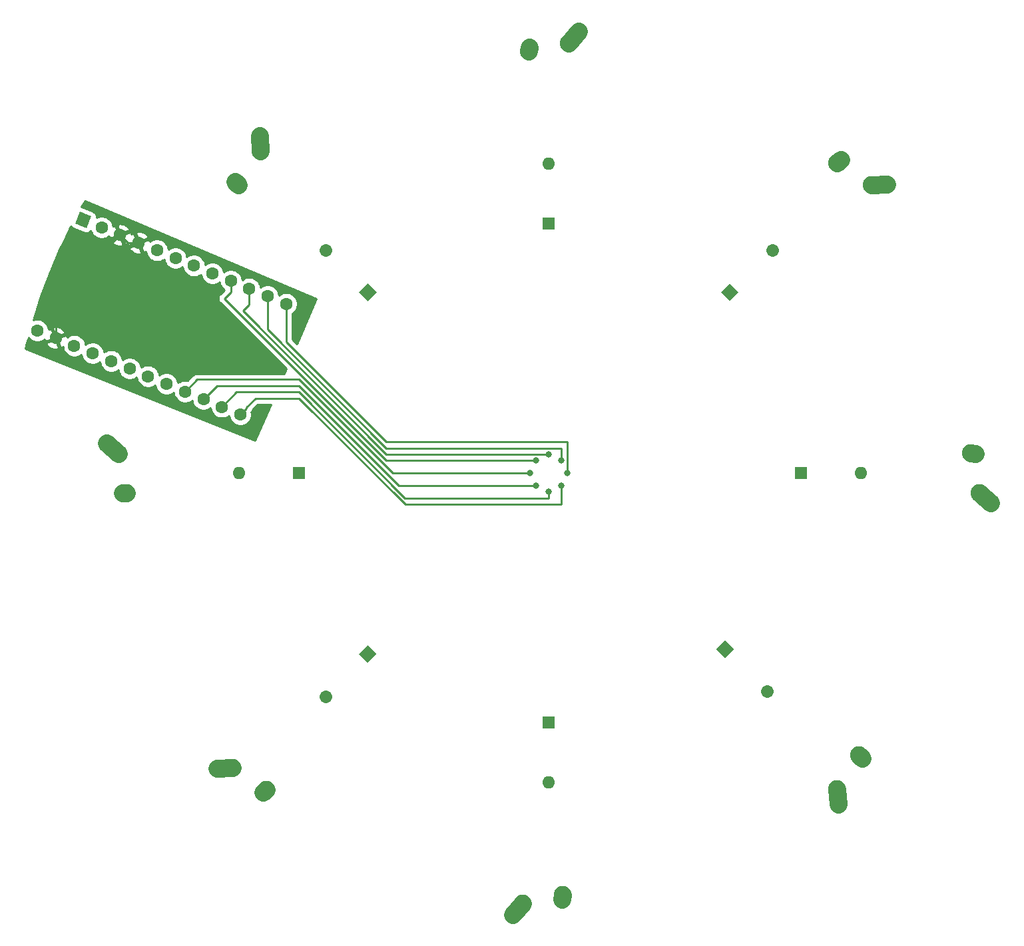
<source format=gbr>
G04 #@! TF.GenerationSoftware,KiCad,Pcbnew,(5.1.5)-3*
G04 #@! TF.CreationDate,2020-04-04T14:42:27-04:00*
G04 #@! TF.ProjectId,OctoPad,4f63746f-5061-4642-9e6b-696361645f70,rev?*
G04 #@! TF.SameCoordinates,Original*
G04 #@! TF.FileFunction,Copper,L2,Bot*
G04 #@! TF.FilePolarity,Positive*
%FSLAX46Y46*%
G04 Gerber Fmt 4.6, Leading zero omitted, Abs format (unit mm)*
G04 Created by KiCad (PCBNEW (5.1.5)-3) date 2020-04-04 14:42:27*
%MOMM*%
%LPD*%
G04 APERTURE LIST*
%ADD10C,2.250000*%
%ADD11C,2.250000*%
%ADD12C,1.600000*%
%ADD13C,0.100000*%
%ADD14C,1.600000*%
%ADD15O,1.600000X1.600000*%
%ADD16R,1.600000X1.600000*%
%ADD17C,0.800000*%
%ADD18C,0.250000*%
%ADD19C,0.254000*%
G04 APERTURE END LIST*
D10*
X214281250Y-116800000D03*
D11*
X215741250Y-118110000D02*
X214281250Y-116799998D01*
D10*
X213201250Y-111760000D03*
D11*
X213781250Y-111800000D02*
X213201250Y-111760000D01*
D12*
X94508605Y-96150124D03*
X96855259Y-97122140D03*
X99201913Y-98094156D03*
X101548567Y-99066172D03*
X103895221Y-100038188D03*
X106241875Y-101010204D03*
X108588529Y-101982220D03*
X110935183Y-102954236D03*
X113281837Y-103926252D03*
X115628491Y-104898268D03*
X117975145Y-105870284D03*
X120321799Y-106842300D03*
X126153895Y-92762376D03*
X123807241Y-91790360D03*
X121460587Y-90818344D03*
X119113933Y-89846328D03*
X116767279Y-88874312D03*
X114420625Y-87902296D03*
X112073971Y-86930280D03*
X109727317Y-85958264D03*
X107380663Y-84986248D03*
X105034009Y-84014232D03*
X102687355Y-83042216D03*
G04 #@! TA.AperFunction,ComponentPad*
D13*
G36*
X99295451Y-82503157D02*
G01*
X99907744Y-81024950D01*
X101385951Y-81637243D01*
X100773658Y-83115450D01*
X99295451Y-82503157D01*
G37*
G04 #@! TD.AperFunction*
D10*
X196222556Y-154514340D03*
D11*
X196328622Y-156473026D02*
X196222558Y-154514340D01*
D10*
X199022699Y-150186846D03*
D11*
X199404536Y-150625253D02*
X199022698Y-150186847D01*
D10*
X200551840Y-77621194D03*
D11*
X202510526Y-77515128D02*
X200551840Y-77621192D01*
D10*
X196224346Y-74821051D03*
D11*
X196662753Y-74439214D02*
X196224347Y-74821052D01*
D10*
X162043750Y-59562500D03*
D11*
X163353750Y-58102500D02*
X162043748Y-59562500D01*
D10*
X157003750Y-60642500D03*
D11*
X157043750Y-60062500D02*
X157003750Y-60642500D01*
D10*
X122864944Y-73291910D03*
D11*
X122758878Y-71333224D02*
X122864942Y-73291910D01*
D10*
X120064801Y-77619404D03*
D11*
X119682964Y-77180997D02*
X120064802Y-77619403D01*
D10*
X104806250Y-111800000D03*
D11*
X103346250Y-110490000D02*
X104806250Y-111800002D01*
D10*
X105886250Y-116840000D03*
D11*
X105306250Y-116800000D02*
X105886250Y-116840000D01*
D10*
X119329410Y-151772556D03*
D11*
X117370724Y-151878622D02*
X119329410Y-151772558D01*
D10*
X123656904Y-154572699D03*
D11*
X123218497Y-154954536D02*
X123656903Y-154572698D01*
D10*
X156250000Y-169037500D03*
D11*
X154940000Y-170497500D02*
X156250002Y-169037500D01*
D10*
X161290000Y-167957500D03*
D11*
X161250000Y-168537500D02*
X161290000Y-167957500D01*
D14*
X187325000Y-142081250D02*
X187325000Y-142081250D01*
G04 #@! TA.AperFunction,ComponentPad*
D13*
G36*
X180805475Y-136693096D02*
G01*
X181936846Y-135561725D01*
X183068217Y-136693096D01*
X181936846Y-137824467D01*
X180805475Y-136693096D01*
G37*
G04 #@! TD.AperFunction*
D15*
X199231250Y-114300000D03*
D16*
X191611250Y-114300000D03*
D14*
X187950654Y-85893096D02*
X187950654Y-85893096D01*
G04 #@! TA.AperFunction,ComponentPad*
D13*
G36*
X182562500Y-92412621D02*
G01*
X181431129Y-91281250D01*
X182562500Y-90149879D01*
X183693871Y-91281250D01*
X182562500Y-92412621D01*
G37*
G04 #@! TD.AperFunction*
D15*
X159543750Y-74930000D03*
D16*
X159543750Y-82550000D03*
D14*
X131136846Y-85893096D02*
X131136846Y-85893096D01*
G04 #@! TA.AperFunction,ComponentPad*
D13*
G36*
X137656371Y-91281250D02*
G01*
X136525000Y-92412621D01*
X135393629Y-91281250D01*
X136525000Y-90149879D01*
X137656371Y-91281250D01*
G37*
G04 #@! TD.AperFunction*
D15*
X120173750Y-114300000D03*
D16*
X127793750Y-114300000D03*
D14*
X131136846Y-142706904D02*
X131136846Y-142706904D01*
G04 #@! TA.AperFunction,ComponentPad*
D13*
G36*
X136525000Y-136187379D02*
G01*
X137656371Y-137318750D01*
X136525000Y-138450121D01*
X135393629Y-137318750D01*
X136525000Y-136187379D01*
G37*
G04 #@! TD.AperFunction*
D15*
X159543750Y-153670000D03*
D16*
X159543750Y-146050000D03*
D17*
X159543750Y-116681250D03*
X157956250Y-115887500D03*
X157162500Y-114300000D03*
X157956250Y-112712500D03*
X159543750Y-111918750D03*
X161131250Y-112712500D03*
X161925000Y-114300000D03*
X161131250Y-115887500D03*
D18*
X117975145Y-105870284D02*
X119856250Y-103989179D01*
X119856250Y-103989179D02*
X127785821Y-103989179D01*
X127785821Y-103989179D02*
X141271642Y-117475000D01*
X141271642Y-117475000D02*
X158750000Y-117475000D01*
X159543750Y-116681250D02*
X159543750Y-117475000D01*
X159543750Y-117475000D02*
X158750000Y-117475000D01*
X115628491Y-104898268D02*
X117339259Y-103187500D01*
X117339259Y-103187500D02*
X127793750Y-103187500D01*
X127793750Y-103187500D02*
X140493750Y-115887500D01*
X140493750Y-115887500D02*
X157956250Y-115887500D01*
X127793750Y-102393750D02*
X114814339Y-102393750D01*
X114814339Y-102393750D02*
X113281837Y-103926252D01*
X157162500Y-114300000D02*
X139700000Y-114300000D01*
X139700000Y-114300000D02*
X127793750Y-102393750D01*
X157956250Y-112712500D02*
X138906250Y-112712500D01*
X138906250Y-112712500D02*
X118268750Y-92075000D01*
X119113933Y-91229817D02*
X119113933Y-89846328D01*
X118268750Y-92075000D02*
X119113933Y-91229817D01*
X159543750Y-111918750D02*
X138906250Y-111918750D01*
X138906250Y-111918750D02*
X120650000Y-93662500D01*
X121460587Y-92851913D02*
X121460587Y-90818344D01*
X120650000Y-93662500D02*
X121460587Y-92851913D01*
X138906250Y-111125000D02*
X123807241Y-96025991D01*
X161131250Y-112712500D02*
X161131250Y-111125000D01*
X123807241Y-96025991D02*
X123807241Y-91790360D01*
X161131250Y-111125000D02*
X138906250Y-111125000D01*
X126153895Y-97578895D02*
X126153895Y-92762376D01*
X161925000Y-114300000D02*
X161925000Y-110331250D01*
X138906250Y-110331250D02*
X126153895Y-97578895D01*
X161925000Y-110331250D02*
X138906250Y-110331250D01*
X161131250Y-118268750D02*
X161131250Y-115887500D01*
X141287500Y-118268750D02*
X161131250Y-118268750D01*
X121121798Y-106042301D02*
X121121798Y-105890702D01*
X120321799Y-106842300D02*
X121121798Y-106042301D01*
X127793750Y-104775000D02*
X141287500Y-118268750D01*
X121121798Y-105890702D02*
X122237500Y-104775000D01*
X122237500Y-104775000D02*
X127793750Y-104775000D01*
X106006025Y-84986248D02*
X105034009Y-84014232D01*
X107380663Y-84986248D02*
X106006025Y-84986248D01*
X96855259Y-92192982D02*
X105034009Y-84014232D01*
X96855259Y-97122140D02*
X96855259Y-92192982D01*
D19*
G36*
X130007474Y-92141795D02*
G01*
X127517814Y-97868013D01*
X126913895Y-97264094D01*
X126913895Y-93980419D01*
X127068654Y-93877013D01*
X127268532Y-93677135D01*
X127425575Y-93442103D01*
X127533748Y-93180950D01*
X127588895Y-92903711D01*
X127588895Y-92621041D01*
X127533748Y-92343802D01*
X127425575Y-92082649D01*
X127268532Y-91847617D01*
X127068654Y-91647739D01*
X126833622Y-91490696D01*
X126572469Y-91382523D01*
X126295230Y-91327376D01*
X126012560Y-91327376D01*
X125735321Y-91382523D01*
X125474168Y-91490696D01*
X125241651Y-91646059D01*
X125187094Y-91371786D01*
X125078921Y-91110633D01*
X124921878Y-90875601D01*
X124722000Y-90675723D01*
X124486968Y-90518680D01*
X124225815Y-90410507D01*
X123948576Y-90355360D01*
X123665906Y-90355360D01*
X123388667Y-90410507D01*
X123127514Y-90518680D01*
X122894997Y-90674043D01*
X122840440Y-90399770D01*
X122732267Y-90138617D01*
X122575224Y-89903585D01*
X122375346Y-89703707D01*
X122140314Y-89546664D01*
X121879161Y-89438491D01*
X121601922Y-89383344D01*
X121319252Y-89383344D01*
X121042013Y-89438491D01*
X120780860Y-89546664D01*
X120548343Y-89702027D01*
X120493786Y-89427754D01*
X120385613Y-89166601D01*
X120228570Y-88931569D01*
X120028692Y-88731691D01*
X119793660Y-88574648D01*
X119532507Y-88466475D01*
X119255268Y-88411328D01*
X118972598Y-88411328D01*
X118695359Y-88466475D01*
X118434206Y-88574648D01*
X118201689Y-88730011D01*
X118147132Y-88455738D01*
X118038959Y-88194585D01*
X117881916Y-87959553D01*
X117682038Y-87759675D01*
X117447006Y-87602632D01*
X117185853Y-87494459D01*
X116908614Y-87439312D01*
X116625944Y-87439312D01*
X116348705Y-87494459D01*
X116087552Y-87602632D01*
X115855035Y-87757995D01*
X115800478Y-87483722D01*
X115692305Y-87222569D01*
X115535262Y-86987537D01*
X115335384Y-86787659D01*
X115100352Y-86630616D01*
X114839199Y-86522443D01*
X114561960Y-86467296D01*
X114279290Y-86467296D01*
X114002051Y-86522443D01*
X113740898Y-86630616D01*
X113508381Y-86785979D01*
X113453824Y-86511706D01*
X113345651Y-86250553D01*
X113188608Y-86015521D01*
X112988730Y-85815643D01*
X112753698Y-85658600D01*
X112492545Y-85550427D01*
X112215306Y-85495280D01*
X111932636Y-85495280D01*
X111655397Y-85550427D01*
X111394244Y-85658600D01*
X111161727Y-85813963D01*
X111107170Y-85539690D01*
X110998997Y-85278537D01*
X110841954Y-85043505D01*
X110642076Y-84843627D01*
X110407044Y-84686584D01*
X110145891Y-84578411D01*
X109868652Y-84523264D01*
X109585982Y-84523264D01*
X109308743Y-84578411D01*
X109047590Y-84686584D01*
X108813703Y-84842862D01*
X108806963Y-84774432D01*
X108608959Y-84614935D01*
X107604867Y-85030844D01*
X107574412Y-85000389D01*
X107394804Y-85179997D01*
X107742329Y-85527522D01*
X107986641Y-86117343D01*
X108239433Y-86144571D01*
X108292317Y-86096656D01*
X108292317Y-86099599D01*
X108347464Y-86376838D01*
X108455637Y-86637991D01*
X108612680Y-86873023D01*
X108812558Y-87072901D01*
X109047590Y-87229944D01*
X109308743Y-87338117D01*
X109585982Y-87393264D01*
X109868652Y-87393264D01*
X110145891Y-87338117D01*
X110407044Y-87229944D01*
X110639561Y-87074581D01*
X110694118Y-87348854D01*
X110802291Y-87610007D01*
X110959334Y-87845039D01*
X111159212Y-88044917D01*
X111394244Y-88201960D01*
X111655397Y-88310133D01*
X111932636Y-88365280D01*
X112215306Y-88365280D01*
X112492545Y-88310133D01*
X112753698Y-88201960D01*
X112986215Y-88046597D01*
X113040772Y-88320870D01*
X113148945Y-88582023D01*
X113305988Y-88817055D01*
X113505866Y-89016933D01*
X113740898Y-89173976D01*
X114002051Y-89282149D01*
X114279290Y-89337296D01*
X114561960Y-89337296D01*
X114839199Y-89282149D01*
X115100352Y-89173976D01*
X115332869Y-89018613D01*
X115387426Y-89292886D01*
X115495599Y-89554039D01*
X115652642Y-89789071D01*
X115852520Y-89988949D01*
X116087552Y-90145992D01*
X116348705Y-90254165D01*
X116625944Y-90309312D01*
X116908614Y-90309312D01*
X117185853Y-90254165D01*
X117447006Y-90145992D01*
X117679523Y-89990629D01*
X117734080Y-90264902D01*
X117842253Y-90526055D01*
X117999296Y-90761087D01*
X118199174Y-90960965D01*
X118264401Y-91004548D01*
X117757752Y-91511197D01*
X117728749Y-91534999D01*
X117641449Y-91641374D01*
X117633776Y-91650724D01*
X117563204Y-91782754D01*
X117519748Y-91926015D01*
X117505074Y-92075000D01*
X117519748Y-92223985D01*
X117563204Y-92367246D01*
X117633776Y-92499276D01*
X117728749Y-92615001D01*
X117757753Y-92638804D01*
X126144828Y-101025880D01*
X125880537Y-101633750D01*
X114851661Y-101633750D01*
X114814338Y-101630074D01*
X114777015Y-101633750D01*
X114777006Y-101633750D01*
X114665353Y-101644747D01*
X114522092Y-101688204D01*
X114390062Y-101758776D01*
X114306422Y-101827418D01*
X114274338Y-101853749D01*
X114250540Y-101882747D01*
X113605723Y-102527564D01*
X113423172Y-102491252D01*
X113140502Y-102491252D01*
X112863263Y-102546399D01*
X112602110Y-102654572D01*
X112369593Y-102809935D01*
X112315036Y-102535662D01*
X112206863Y-102274509D01*
X112049820Y-102039477D01*
X111849942Y-101839599D01*
X111614910Y-101682556D01*
X111353757Y-101574383D01*
X111076518Y-101519236D01*
X110793848Y-101519236D01*
X110516609Y-101574383D01*
X110255456Y-101682556D01*
X110022939Y-101837919D01*
X109968382Y-101563646D01*
X109860209Y-101302493D01*
X109703166Y-101067461D01*
X109503288Y-100867583D01*
X109268256Y-100710540D01*
X109007103Y-100602367D01*
X108729864Y-100547220D01*
X108447194Y-100547220D01*
X108169955Y-100602367D01*
X107908802Y-100710540D01*
X107676285Y-100865903D01*
X107621728Y-100591630D01*
X107513555Y-100330477D01*
X107356512Y-100095445D01*
X107156634Y-99895567D01*
X106921602Y-99738524D01*
X106660449Y-99630351D01*
X106383210Y-99575204D01*
X106100540Y-99575204D01*
X105823301Y-99630351D01*
X105562148Y-99738524D01*
X105329631Y-99893887D01*
X105275074Y-99619614D01*
X105166901Y-99358461D01*
X105009858Y-99123429D01*
X104809980Y-98923551D01*
X104574948Y-98766508D01*
X104313795Y-98658335D01*
X104036556Y-98603188D01*
X103753886Y-98603188D01*
X103476647Y-98658335D01*
X103215494Y-98766508D01*
X102982977Y-98921871D01*
X102928420Y-98647598D01*
X102820247Y-98386445D01*
X102663204Y-98151413D01*
X102463326Y-97951535D01*
X102228294Y-97794492D01*
X101967141Y-97686319D01*
X101689902Y-97631172D01*
X101407232Y-97631172D01*
X101129993Y-97686319D01*
X100868840Y-97794492D01*
X100636323Y-97949855D01*
X100581766Y-97675582D01*
X100473593Y-97414429D01*
X100316550Y-97179397D01*
X100116672Y-96979519D01*
X99881640Y-96822476D01*
X99620487Y-96714303D01*
X99343248Y-96659156D01*
X99060578Y-96659156D01*
X98783339Y-96714303D01*
X98522186Y-96822476D01*
X98288299Y-96978754D01*
X98281559Y-96910324D01*
X98083555Y-96750827D01*
X97079463Y-97166736D01*
X97049008Y-97136281D01*
X96869400Y-97315889D01*
X97216925Y-97663414D01*
X97461237Y-98253235D01*
X97714029Y-98280463D01*
X97766913Y-98232548D01*
X97766913Y-98235491D01*
X97822060Y-98512730D01*
X97930233Y-98773883D01*
X98087276Y-99008915D01*
X98287154Y-99208793D01*
X98522186Y-99365836D01*
X98783339Y-99474009D01*
X99060578Y-99529156D01*
X99343248Y-99529156D01*
X99620487Y-99474009D01*
X99881640Y-99365836D01*
X100114157Y-99210473D01*
X100168714Y-99484746D01*
X100276887Y-99745899D01*
X100433930Y-99980931D01*
X100633808Y-100180809D01*
X100868840Y-100337852D01*
X101129993Y-100446025D01*
X101407232Y-100501172D01*
X101689902Y-100501172D01*
X101967141Y-100446025D01*
X102228294Y-100337852D01*
X102460811Y-100182489D01*
X102515368Y-100456762D01*
X102623541Y-100717915D01*
X102780584Y-100952947D01*
X102980462Y-101152825D01*
X103215494Y-101309868D01*
X103476647Y-101418041D01*
X103753886Y-101473188D01*
X104036556Y-101473188D01*
X104313795Y-101418041D01*
X104574948Y-101309868D01*
X104807465Y-101154505D01*
X104862022Y-101428778D01*
X104970195Y-101689931D01*
X105127238Y-101924963D01*
X105327116Y-102124841D01*
X105562148Y-102281884D01*
X105823301Y-102390057D01*
X106100540Y-102445204D01*
X106383210Y-102445204D01*
X106660449Y-102390057D01*
X106921602Y-102281884D01*
X107154119Y-102126521D01*
X107208676Y-102400794D01*
X107316849Y-102661947D01*
X107473892Y-102896979D01*
X107673770Y-103096857D01*
X107908802Y-103253900D01*
X108169955Y-103362073D01*
X108447194Y-103417220D01*
X108729864Y-103417220D01*
X109007103Y-103362073D01*
X109268256Y-103253900D01*
X109500773Y-103098537D01*
X109555330Y-103372810D01*
X109663503Y-103633963D01*
X109820546Y-103868995D01*
X110020424Y-104068873D01*
X110255456Y-104225916D01*
X110516609Y-104334089D01*
X110793848Y-104389236D01*
X111076518Y-104389236D01*
X111353757Y-104334089D01*
X111614910Y-104225916D01*
X111847427Y-104070553D01*
X111901984Y-104344826D01*
X112010157Y-104605979D01*
X112167200Y-104841011D01*
X112367078Y-105040889D01*
X112602110Y-105197932D01*
X112863263Y-105306105D01*
X113140502Y-105361252D01*
X113423172Y-105361252D01*
X113700411Y-105306105D01*
X113961564Y-105197932D01*
X114194081Y-105042569D01*
X114248638Y-105316842D01*
X114356811Y-105577995D01*
X114513854Y-105813027D01*
X114713732Y-106012905D01*
X114948764Y-106169948D01*
X115209917Y-106278121D01*
X115487156Y-106333268D01*
X115769826Y-106333268D01*
X116047065Y-106278121D01*
X116308218Y-106169948D01*
X116540735Y-106014585D01*
X116595292Y-106288858D01*
X116703465Y-106550011D01*
X116860508Y-106785043D01*
X117060386Y-106984921D01*
X117295418Y-107141964D01*
X117556571Y-107250137D01*
X117833810Y-107305284D01*
X118116480Y-107305284D01*
X118393719Y-107250137D01*
X118654872Y-107141964D01*
X118887389Y-106986601D01*
X118941946Y-107260874D01*
X119050119Y-107522027D01*
X119207162Y-107757059D01*
X119407040Y-107956937D01*
X119642072Y-108113980D01*
X119903225Y-108222153D01*
X120180464Y-108277300D01*
X120463134Y-108277300D01*
X120740373Y-108222153D01*
X121001526Y-108113980D01*
X121236558Y-107956937D01*
X121436436Y-107757059D01*
X121593479Y-107522027D01*
X121701652Y-107260874D01*
X121756799Y-106983635D01*
X121756799Y-106700965D01*
X121719266Y-106512278D01*
X121756771Y-106466578D01*
X121756772Y-106466577D01*
X121827344Y-106334548D01*
X121859823Y-106227479D01*
X122552302Y-105535000D01*
X124184341Y-105535000D01*
X122170192Y-110167543D01*
X92989519Y-98495274D01*
X93087166Y-98049907D01*
X93105801Y-97980910D01*
X95696936Y-97980910D01*
X95886730Y-98190386D01*
X96113745Y-98358811D01*
X96369256Y-98479711D01*
X96643444Y-98548440D01*
X96925772Y-98562357D01*
X97067075Y-98548440D01*
X97226572Y-98350436D01*
X96786527Y-97288073D01*
X95724164Y-97728118D01*
X95696936Y-97980910D01*
X93105801Y-97980910D01*
X93364945Y-97021447D01*
X93393968Y-97064883D01*
X93593846Y-97264761D01*
X93828878Y-97421804D01*
X94090031Y-97529977D01*
X94367270Y-97585124D01*
X94649940Y-97585124D01*
X94927179Y-97529977D01*
X95188332Y-97421804D01*
X95422219Y-97265526D01*
X95428959Y-97333956D01*
X95626963Y-97493453D01*
X96631055Y-97077544D01*
X96661510Y-97107999D01*
X96841118Y-96928391D01*
X96493593Y-96580866D01*
X96249281Y-95991045D01*
X95996489Y-95963817D01*
X95943605Y-96011732D01*
X95943605Y-96008789D01*
X95920741Y-95893844D01*
X96483946Y-95893844D01*
X96923991Y-96956207D01*
X97986354Y-96516162D01*
X98013582Y-96263370D01*
X97823788Y-96053894D01*
X97596773Y-95885469D01*
X97341262Y-95764569D01*
X97067074Y-95695840D01*
X96784746Y-95681923D01*
X96643443Y-95695840D01*
X96483946Y-95893844D01*
X95920741Y-95893844D01*
X95888458Y-95731550D01*
X95780285Y-95470397D01*
X95623242Y-95235365D01*
X95423364Y-95035487D01*
X95188332Y-94878444D01*
X94927179Y-94770271D01*
X94649940Y-94715124D01*
X94367270Y-94715124D01*
X94090031Y-94770271D01*
X93961685Y-94823434D01*
X94949119Y-91759441D01*
X96104108Y-88688382D01*
X97332113Y-85845018D01*
X106222340Y-85845018D01*
X106412134Y-86054494D01*
X106639149Y-86222919D01*
X106894660Y-86343819D01*
X107168848Y-86412548D01*
X107451176Y-86426465D01*
X107592479Y-86412548D01*
X107751976Y-86214544D01*
X107311931Y-85152181D01*
X106249568Y-85592226D01*
X106222340Y-85845018D01*
X97332113Y-85845018D01*
X97405010Y-85676232D01*
X97798627Y-84873002D01*
X103875686Y-84873002D01*
X104065480Y-85082478D01*
X104292495Y-85250903D01*
X104548006Y-85371803D01*
X104822194Y-85440532D01*
X105104522Y-85454449D01*
X105245825Y-85440532D01*
X105405322Y-85242528D01*
X104976799Y-84207981D01*
X105048150Y-84207981D01*
X105395675Y-84555506D01*
X105639987Y-85145327D01*
X105892779Y-85172555D01*
X105947011Y-85123418D01*
X105954363Y-85198064D01*
X106152367Y-85357561D01*
X107156459Y-84941652D01*
X107186914Y-84972107D01*
X107366522Y-84792499D01*
X107018997Y-84444974D01*
X106774685Y-83855153D01*
X106521893Y-83827925D01*
X106467661Y-83877062D01*
X106460309Y-83802416D01*
X106405111Y-83757952D01*
X107009350Y-83757952D01*
X107449395Y-84820315D01*
X108511758Y-84380270D01*
X108538986Y-84127478D01*
X108349192Y-83918002D01*
X108122177Y-83749577D01*
X107866666Y-83628677D01*
X107592478Y-83559948D01*
X107310150Y-83546031D01*
X107168847Y-83559948D01*
X107009350Y-83757952D01*
X106405111Y-83757952D01*
X106262305Y-83642919D01*
X105258213Y-84058828D01*
X105227758Y-84028373D01*
X105048150Y-84207981D01*
X104976799Y-84207981D01*
X104965277Y-84180165D01*
X103902914Y-84620210D01*
X103875686Y-84873002D01*
X97798627Y-84873002D01*
X98778265Y-82873919D01*
X98844266Y-82954342D01*
X98940957Y-83033695D01*
X99051272Y-83092659D01*
X100529479Y-83704952D01*
X100649176Y-83741262D01*
X100773658Y-83753522D01*
X100898140Y-83741262D01*
X101017838Y-83704952D01*
X101128152Y-83645987D01*
X101224843Y-83566635D01*
X101304196Y-83469944D01*
X101308195Y-83462463D01*
X101415675Y-83721943D01*
X101572718Y-83956975D01*
X101772596Y-84156853D01*
X102007628Y-84313896D01*
X102268781Y-84422069D01*
X102546020Y-84477216D01*
X102828690Y-84477216D01*
X103105929Y-84422069D01*
X103367082Y-84313896D01*
X103600969Y-84157618D01*
X103607709Y-84226048D01*
X103805713Y-84385545D01*
X104809805Y-83969636D01*
X104840260Y-84000091D01*
X105019868Y-83820483D01*
X104672343Y-83472958D01*
X104428031Y-82883137D01*
X104175239Y-82855909D01*
X104122355Y-82903824D01*
X104122355Y-82900881D01*
X104099491Y-82785936D01*
X104662696Y-82785936D01*
X105102741Y-83848299D01*
X106165104Y-83408254D01*
X106192332Y-83155462D01*
X106002538Y-82945986D01*
X105775523Y-82777561D01*
X105520012Y-82656661D01*
X105245824Y-82587932D01*
X104963496Y-82574015D01*
X104822193Y-82587932D01*
X104662696Y-82785936D01*
X104099491Y-82785936D01*
X104067208Y-82623642D01*
X103959035Y-82362489D01*
X103801992Y-82127457D01*
X103602114Y-81927579D01*
X103367082Y-81770536D01*
X103105929Y-81662363D01*
X102828690Y-81607216D01*
X102546020Y-81607216D01*
X102268781Y-81662363D01*
X102009300Y-81769843D01*
X102011763Y-81761725D01*
X102024023Y-81637243D01*
X102011763Y-81512761D01*
X101975453Y-81393063D01*
X101916488Y-81282749D01*
X101837136Y-81186058D01*
X101740445Y-81106705D01*
X101630130Y-81047741D01*
X100151923Y-80435448D01*
X100118656Y-80425356D01*
X100432256Y-79856213D01*
X100570718Y-79631174D01*
X130007474Y-92141795D01*
G37*
X130007474Y-92141795D02*
X127517814Y-97868013D01*
X126913895Y-97264094D01*
X126913895Y-93980419D01*
X127068654Y-93877013D01*
X127268532Y-93677135D01*
X127425575Y-93442103D01*
X127533748Y-93180950D01*
X127588895Y-92903711D01*
X127588895Y-92621041D01*
X127533748Y-92343802D01*
X127425575Y-92082649D01*
X127268532Y-91847617D01*
X127068654Y-91647739D01*
X126833622Y-91490696D01*
X126572469Y-91382523D01*
X126295230Y-91327376D01*
X126012560Y-91327376D01*
X125735321Y-91382523D01*
X125474168Y-91490696D01*
X125241651Y-91646059D01*
X125187094Y-91371786D01*
X125078921Y-91110633D01*
X124921878Y-90875601D01*
X124722000Y-90675723D01*
X124486968Y-90518680D01*
X124225815Y-90410507D01*
X123948576Y-90355360D01*
X123665906Y-90355360D01*
X123388667Y-90410507D01*
X123127514Y-90518680D01*
X122894997Y-90674043D01*
X122840440Y-90399770D01*
X122732267Y-90138617D01*
X122575224Y-89903585D01*
X122375346Y-89703707D01*
X122140314Y-89546664D01*
X121879161Y-89438491D01*
X121601922Y-89383344D01*
X121319252Y-89383344D01*
X121042013Y-89438491D01*
X120780860Y-89546664D01*
X120548343Y-89702027D01*
X120493786Y-89427754D01*
X120385613Y-89166601D01*
X120228570Y-88931569D01*
X120028692Y-88731691D01*
X119793660Y-88574648D01*
X119532507Y-88466475D01*
X119255268Y-88411328D01*
X118972598Y-88411328D01*
X118695359Y-88466475D01*
X118434206Y-88574648D01*
X118201689Y-88730011D01*
X118147132Y-88455738D01*
X118038959Y-88194585D01*
X117881916Y-87959553D01*
X117682038Y-87759675D01*
X117447006Y-87602632D01*
X117185853Y-87494459D01*
X116908614Y-87439312D01*
X116625944Y-87439312D01*
X116348705Y-87494459D01*
X116087552Y-87602632D01*
X115855035Y-87757995D01*
X115800478Y-87483722D01*
X115692305Y-87222569D01*
X115535262Y-86987537D01*
X115335384Y-86787659D01*
X115100352Y-86630616D01*
X114839199Y-86522443D01*
X114561960Y-86467296D01*
X114279290Y-86467296D01*
X114002051Y-86522443D01*
X113740898Y-86630616D01*
X113508381Y-86785979D01*
X113453824Y-86511706D01*
X113345651Y-86250553D01*
X113188608Y-86015521D01*
X112988730Y-85815643D01*
X112753698Y-85658600D01*
X112492545Y-85550427D01*
X112215306Y-85495280D01*
X111932636Y-85495280D01*
X111655397Y-85550427D01*
X111394244Y-85658600D01*
X111161727Y-85813963D01*
X111107170Y-85539690D01*
X110998997Y-85278537D01*
X110841954Y-85043505D01*
X110642076Y-84843627D01*
X110407044Y-84686584D01*
X110145891Y-84578411D01*
X109868652Y-84523264D01*
X109585982Y-84523264D01*
X109308743Y-84578411D01*
X109047590Y-84686584D01*
X108813703Y-84842862D01*
X108806963Y-84774432D01*
X108608959Y-84614935D01*
X107604867Y-85030844D01*
X107574412Y-85000389D01*
X107394804Y-85179997D01*
X107742329Y-85527522D01*
X107986641Y-86117343D01*
X108239433Y-86144571D01*
X108292317Y-86096656D01*
X108292317Y-86099599D01*
X108347464Y-86376838D01*
X108455637Y-86637991D01*
X108612680Y-86873023D01*
X108812558Y-87072901D01*
X109047590Y-87229944D01*
X109308743Y-87338117D01*
X109585982Y-87393264D01*
X109868652Y-87393264D01*
X110145891Y-87338117D01*
X110407044Y-87229944D01*
X110639561Y-87074581D01*
X110694118Y-87348854D01*
X110802291Y-87610007D01*
X110959334Y-87845039D01*
X111159212Y-88044917D01*
X111394244Y-88201960D01*
X111655397Y-88310133D01*
X111932636Y-88365280D01*
X112215306Y-88365280D01*
X112492545Y-88310133D01*
X112753698Y-88201960D01*
X112986215Y-88046597D01*
X113040772Y-88320870D01*
X113148945Y-88582023D01*
X113305988Y-88817055D01*
X113505866Y-89016933D01*
X113740898Y-89173976D01*
X114002051Y-89282149D01*
X114279290Y-89337296D01*
X114561960Y-89337296D01*
X114839199Y-89282149D01*
X115100352Y-89173976D01*
X115332869Y-89018613D01*
X115387426Y-89292886D01*
X115495599Y-89554039D01*
X115652642Y-89789071D01*
X115852520Y-89988949D01*
X116087552Y-90145992D01*
X116348705Y-90254165D01*
X116625944Y-90309312D01*
X116908614Y-90309312D01*
X117185853Y-90254165D01*
X117447006Y-90145992D01*
X117679523Y-89990629D01*
X117734080Y-90264902D01*
X117842253Y-90526055D01*
X117999296Y-90761087D01*
X118199174Y-90960965D01*
X118264401Y-91004548D01*
X117757752Y-91511197D01*
X117728749Y-91534999D01*
X117641449Y-91641374D01*
X117633776Y-91650724D01*
X117563204Y-91782754D01*
X117519748Y-91926015D01*
X117505074Y-92075000D01*
X117519748Y-92223985D01*
X117563204Y-92367246D01*
X117633776Y-92499276D01*
X117728749Y-92615001D01*
X117757753Y-92638804D01*
X126144828Y-101025880D01*
X125880537Y-101633750D01*
X114851661Y-101633750D01*
X114814338Y-101630074D01*
X114777015Y-101633750D01*
X114777006Y-101633750D01*
X114665353Y-101644747D01*
X114522092Y-101688204D01*
X114390062Y-101758776D01*
X114306422Y-101827418D01*
X114274338Y-101853749D01*
X114250540Y-101882747D01*
X113605723Y-102527564D01*
X113423172Y-102491252D01*
X113140502Y-102491252D01*
X112863263Y-102546399D01*
X112602110Y-102654572D01*
X112369593Y-102809935D01*
X112315036Y-102535662D01*
X112206863Y-102274509D01*
X112049820Y-102039477D01*
X111849942Y-101839599D01*
X111614910Y-101682556D01*
X111353757Y-101574383D01*
X111076518Y-101519236D01*
X110793848Y-101519236D01*
X110516609Y-101574383D01*
X110255456Y-101682556D01*
X110022939Y-101837919D01*
X109968382Y-101563646D01*
X109860209Y-101302493D01*
X109703166Y-101067461D01*
X109503288Y-100867583D01*
X109268256Y-100710540D01*
X109007103Y-100602367D01*
X108729864Y-100547220D01*
X108447194Y-100547220D01*
X108169955Y-100602367D01*
X107908802Y-100710540D01*
X107676285Y-100865903D01*
X107621728Y-100591630D01*
X107513555Y-100330477D01*
X107356512Y-100095445D01*
X107156634Y-99895567D01*
X106921602Y-99738524D01*
X106660449Y-99630351D01*
X106383210Y-99575204D01*
X106100540Y-99575204D01*
X105823301Y-99630351D01*
X105562148Y-99738524D01*
X105329631Y-99893887D01*
X105275074Y-99619614D01*
X105166901Y-99358461D01*
X105009858Y-99123429D01*
X104809980Y-98923551D01*
X104574948Y-98766508D01*
X104313795Y-98658335D01*
X104036556Y-98603188D01*
X103753886Y-98603188D01*
X103476647Y-98658335D01*
X103215494Y-98766508D01*
X102982977Y-98921871D01*
X102928420Y-98647598D01*
X102820247Y-98386445D01*
X102663204Y-98151413D01*
X102463326Y-97951535D01*
X102228294Y-97794492D01*
X101967141Y-97686319D01*
X101689902Y-97631172D01*
X101407232Y-97631172D01*
X101129993Y-97686319D01*
X100868840Y-97794492D01*
X100636323Y-97949855D01*
X100581766Y-97675582D01*
X100473593Y-97414429D01*
X100316550Y-97179397D01*
X100116672Y-96979519D01*
X99881640Y-96822476D01*
X99620487Y-96714303D01*
X99343248Y-96659156D01*
X99060578Y-96659156D01*
X98783339Y-96714303D01*
X98522186Y-96822476D01*
X98288299Y-96978754D01*
X98281559Y-96910324D01*
X98083555Y-96750827D01*
X97079463Y-97166736D01*
X97049008Y-97136281D01*
X96869400Y-97315889D01*
X97216925Y-97663414D01*
X97461237Y-98253235D01*
X97714029Y-98280463D01*
X97766913Y-98232548D01*
X97766913Y-98235491D01*
X97822060Y-98512730D01*
X97930233Y-98773883D01*
X98087276Y-99008915D01*
X98287154Y-99208793D01*
X98522186Y-99365836D01*
X98783339Y-99474009D01*
X99060578Y-99529156D01*
X99343248Y-99529156D01*
X99620487Y-99474009D01*
X99881640Y-99365836D01*
X100114157Y-99210473D01*
X100168714Y-99484746D01*
X100276887Y-99745899D01*
X100433930Y-99980931D01*
X100633808Y-100180809D01*
X100868840Y-100337852D01*
X101129993Y-100446025D01*
X101407232Y-100501172D01*
X101689902Y-100501172D01*
X101967141Y-100446025D01*
X102228294Y-100337852D01*
X102460811Y-100182489D01*
X102515368Y-100456762D01*
X102623541Y-100717915D01*
X102780584Y-100952947D01*
X102980462Y-101152825D01*
X103215494Y-101309868D01*
X103476647Y-101418041D01*
X103753886Y-101473188D01*
X104036556Y-101473188D01*
X104313795Y-101418041D01*
X104574948Y-101309868D01*
X104807465Y-101154505D01*
X104862022Y-101428778D01*
X104970195Y-101689931D01*
X105127238Y-101924963D01*
X105327116Y-102124841D01*
X105562148Y-102281884D01*
X105823301Y-102390057D01*
X106100540Y-102445204D01*
X106383210Y-102445204D01*
X106660449Y-102390057D01*
X106921602Y-102281884D01*
X107154119Y-102126521D01*
X107208676Y-102400794D01*
X107316849Y-102661947D01*
X107473892Y-102896979D01*
X107673770Y-103096857D01*
X107908802Y-103253900D01*
X108169955Y-103362073D01*
X108447194Y-103417220D01*
X108729864Y-103417220D01*
X109007103Y-103362073D01*
X109268256Y-103253900D01*
X109500773Y-103098537D01*
X109555330Y-103372810D01*
X109663503Y-103633963D01*
X109820546Y-103868995D01*
X110020424Y-104068873D01*
X110255456Y-104225916D01*
X110516609Y-104334089D01*
X110793848Y-104389236D01*
X111076518Y-104389236D01*
X111353757Y-104334089D01*
X111614910Y-104225916D01*
X111847427Y-104070553D01*
X111901984Y-104344826D01*
X112010157Y-104605979D01*
X112167200Y-104841011D01*
X112367078Y-105040889D01*
X112602110Y-105197932D01*
X112863263Y-105306105D01*
X113140502Y-105361252D01*
X113423172Y-105361252D01*
X113700411Y-105306105D01*
X113961564Y-105197932D01*
X114194081Y-105042569D01*
X114248638Y-105316842D01*
X114356811Y-105577995D01*
X114513854Y-105813027D01*
X114713732Y-106012905D01*
X114948764Y-106169948D01*
X115209917Y-106278121D01*
X115487156Y-106333268D01*
X115769826Y-106333268D01*
X116047065Y-106278121D01*
X116308218Y-106169948D01*
X116540735Y-106014585D01*
X116595292Y-106288858D01*
X116703465Y-106550011D01*
X116860508Y-106785043D01*
X117060386Y-106984921D01*
X117295418Y-107141964D01*
X117556571Y-107250137D01*
X117833810Y-107305284D01*
X118116480Y-107305284D01*
X118393719Y-107250137D01*
X118654872Y-107141964D01*
X118887389Y-106986601D01*
X118941946Y-107260874D01*
X119050119Y-107522027D01*
X119207162Y-107757059D01*
X119407040Y-107956937D01*
X119642072Y-108113980D01*
X119903225Y-108222153D01*
X120180464Y-108277300D01*
X120463134Y-108277300D01*
X120740373Y-108222153D01*
X121001526Y-108113980D01*
X121236558Y-107956937D01*
X121436436Y-107757059D01*
X121593479Y-107522027D01*
X121701652Y-107260874D01*
X121756799Y-106983635D01*
X121756799Y-106700965D01*
X121719266Y-106512278D01*
X121756771Y-106466578D01*
X121756772Y-106466577D01*
X121827344Y-106334548D01*
X121859823Y-106227479D01*
X122552302Y-105535000D01*
X124184341Y-105535000D01*
X122170192Y-110167543D01*
X92989519Y-98495274D01*
X93087166Y-98049907D01*
X93105801Y-97980910D01*
X95696936Y-97980910D01*
X95886730Y-98190386D01*
X96113745Y-98358811D01*
X96369256Y-98479711D01*
X96643444Y-98548440D01*
X96925772Y-98562357D01*
X97067075Y-98548440D01*
X97226572Y-98350436D01*
X96786527Y-97288073D01*
X95724164Y-97728118D01*
X95696936Y-97980910D01*
X93105801Y-97980910D01*
X93364945Y-97021447D01*
X93393968Y-97064883D01*
X93593846Y-97264761D01*
X93828878Y-97421804D01*
X94090031Y-97529977D01*
X94367270Y-97585124D01*
X94649940Y-97585124D01*
X94927179Y-97529977D01*
X95188332Y-97421804D01*
X95422219Y-97265526D01*
X95428959Y-97333956D01*
X95626963Y-97493453D01*
X96631055Y-97077544D01*
X96661510Y-97107999D01*
X96841118Y-96928391D01*
X96493593Y-96580866D01*
X96249281Y-95991045D01*
X95996489Y-95963817D01*
X95943605Y-96011732D01*
X95943605Y-96008789D01*
X95920741Y-95893844D01*
X96483946Y-95893844D01*
X96923991Y-96956207D01*
X97986354Y-96516162D01*
X98013582Y-96263370D01*
X97823788Y-96053894D01*
X97596773Y-95885469D01*
X97341262Y-95764569D01*
X97067074Y-95695840D01*
X96784746Y-95681923D01*
X96643443Y-95695840D01*
X96483946Y-95893844D01*
X95920741Y-95893844D01*
X95888458Y-95731550D01*
X95780285Y-95470397D01*
X95623242Y-95235365D01*
X95423364Y-95035487D01*
X95188332Y-94878444D01*
X94927179Y-94770271D01*
X94649940Y-94715124D01*
X94367270Y-94715124D01*
X94090031Y-94770271D01*
X93961685Y-94823434D01*
X94949119Y-91759441D01*
X96104108Y-88688382D01*
X97332113Y-85845018D01*
X106222340Y-85845018D01*
X106412134Y-86054494D01*
X106639149Y-86222919D01*
X106894660Y-86343819D01*
X107168848Y-86412548D01*
X107451176Y-86426465D01*
X107592479Y-86412548D01*
X107751976Y-86214544D01*
X107311931Y-85152181D01*
X106249568Y-85592226D01*
X106222340Y-85845018D01*
X97332113Y-85845018D01*
X97405010Y-85676232D01*
X97798627Y-84873002D01*
X103875686Y-84873002D01*
X104065480Y-85082478D01*
X104292495Y-85250903D01*
X104548006Y-85371803D01*
X104822194Y-85440532D01*
X105104522Y-85454449D01*
X105245825Y-85440532D01*
X105405322Y-85242528D01*
X104976799Y-84207981D01*
X105048150Y-84207981D01*
X105395675Y-84555506D01*
X105639987Y-85145327D01*
X105892779Y-85172555D01*
X105947011Y-85123418D01*
X105954363Y-85198064D01*
X106152367Y-85357561D01*
X107156459Y-84941652D01*
X107186914Y-84972107D01*
X107366522Y-84792499D01*
X107018997Y-84444974D01*
X106774685Y-83855153D01*
X106521893Y-83827925D01*
X106467661Y-83877062D01*
X106460309Y-83802416D01*
X106405111Y-83757952D01*
X107009350Y-83757952D01*
X107449395Y-84820315D01*
X108511758Y-84380270D01*
X108538986Y-84127478D01*
X108349192Y-83918002D01*
X108122177Y-83749577D01*
X107866666Y-83628677D01*
X107592478Y-83559948D01*
X107310150Y-83546031D01*
X107168847Y-83559948D01*
X107009350Y-83757952D01*
X106405111Y-83757952D01*
X106262305Y-83642919D01*
X105258213Y-84058828D01*
X105227758Y-84028373D01*
X105048150Y-84207981D01*
X104976799Y-84207981D01*
X104965277Y-84180165D01*
X103902914Y-84620210D01*
X103875686Y-84873002D01*
X97798627Y-84873002D01*
X98778265Y-82873919D01*
X98844266Y-82954342D01*
X98940957Y-83033695D01*
X99051272Y-83092659D01*
X100529479Y-83704952D01*
X100649176Y-83741262D01*
X100773658Y-83753522D01*
X100898140Y-83741262D01*
X101017838Y-83704952D01*
X101128152Y-83645987D01*
X101224843Y-83566635D01*
X101304196Y-83469944D01*
X101308195Y-83462463D01*
X101415675Y-83721943D01*
X101572718Y-83956975D01*
X101772596Y-84156853D01*
X102007628Y-84313896D01*
X102268781Y-84422069D01*
X102546020Y-84477216D01*
X102828690Y-84477216D01*
X103105929Y-84422069D01*
X103367082Y-84313896D01*
X103600969Y-84157618D01*
X103607709Y-84226048D01*
X103805713Y-84385545D01*
X104809805Y-83969636D01*
X104840260Y-84000091D01*
X105019868Y-83820483D01*
X104672343Y-83472958D01*
X104428031Y-82883137D01*
X104175239Y-82855909D01*
X104122355Y-82903824D01*
X104122355Y-82900881D01*
X104099491Y-82785936D01*
X104662696Y-82785936D01*
X105102741Y-83848299D01*
X106165104Y-83408254D01*
X106192332Y-83155462D01*
X106002538Y-82945986D01*
X105775523Y-82777561D01*
X105520012Y-82656661D01*
X105245824Y-82587932D01*
X104963496Y-82574015D01*
X104822193Y-82587932D01*
X104662696Y-82785936D01*
X104099491Y-82785936D01*
X104067208Y-82623642D01*
X103959035Y-82362489D01*
X103801992Y-82127457D01*
X103602114Y-81927579D01*
X103367082Y-81770536D01*
X103105929Y-81662363D01*
X102828690Y-81607216D01*
X102546020Y-81607216D01*
X102268781Y-81662363D01*
X102009300Y-81769843D01*
X102011763Y-81761725D01*
X102024023Y-81637243D01*
X102011763Y-81512761D01*
X101975453Y-81393063D01*
X101916488Y-81282749D01*
X101837136Y-81186058D01*
X101740445Y-81106705D01*
X101630130Y-81047741D01*
X100151923Y-80435448D01*
X100118656Y-80425356D01*
X100432256Y-79856213D01*
X100570718Y-79631174D01*
X130007474Y-92141795D01*
M02*

</source>
